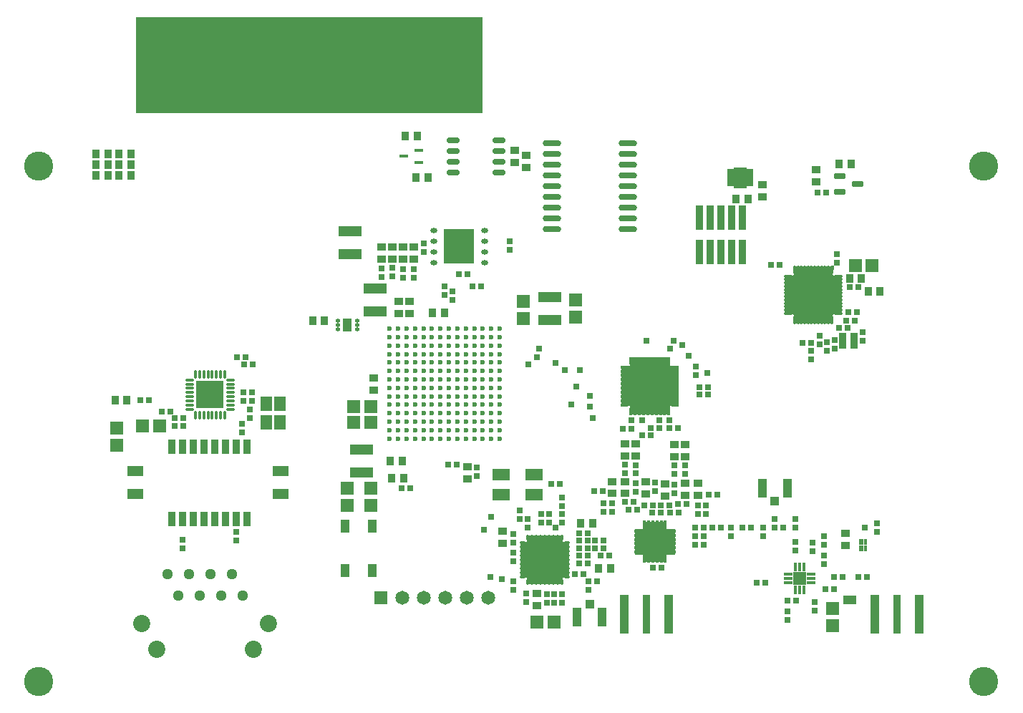
<source format=gts>
G04*
G04 #@! TF.GenerationSoftware,Altium Limited,Altium Designer,21.5.1 (32)*
G04*
G04 Layer_Color=8388736*
%FSLAX25Y25*%
%MOIN*%
G70*
G04*
G04 #@! TF.SameCoordinates,2FE26025-303F-4DC1-B2D2-7F731E1EADFF*
G04*
G04*
G04 #@! TF.FilePolarity,Negative*
G04*
G01*
G75*
%ADD16R,0.06000X0.04200*%
%ADD17R,1.61500X0.44500*%
%ADD18R,0.00500X0.02000*%
%ADD19R,0.03400X0.01000*%
%ADD20R,0.27000X0.19000*%
%ADD21R,0.19000X0.27000*%
%ADD22R,0.06000X0.08000*%
%ADD23R,0.03500X0.08000*%
%ADD24R,0.06000X0.03000*%
%ADD25R,0.19000X0.12000*%
%ADD26R,0.11000X0.19000*%
%ADD27R,0.27000X0.18000*%
%ADD28R,0.18000X0.27000*%
%ADD29R,0.23000X0.17000*%
%ADD30R,0.17000X0.23000*%
%ADD31O,0.03150X0.02362*%
%ADD32R,0.13976X0.16339*%
%ADD33R,0.02559X0.02953*%
%ADD34R,0.03740X0.04134*%
%ADD35R,0.18701X0.18701*%
%ADD36O,0.04331X0.01378*%
%ADD37O,0.01378X0.04331*%
%ADD38R,0.02591X0.02591*%
%ADD39R,0.02953X0.02559*%
%ADD40R,0.04134X0.03740*%
%ADD41R,0.05709X0.06693*%
%ADD42R,0.12795X0.12795*%
%ADD43O,0.03937X0.01575*%
%ADD44O,0.01575X0.03937*%
%ADD45R,0.06102X0.06496*%
%ADD46R,0.06496X0.06102*%
%ADD47R,0.02284X0.02815*%
%ADD48R,0.01496X0.02815*%
%ADD49R,0.02815X0.01496*%
%ADD50R,0.02815X0.02284*%
%ADD51R,0.06496X0.06496*%
%ADD52O,0.04134X0.01575*%
%ADD53O,0.01575X0.04134*%
%ADD54R,0.03976X0.06221*%
%ADD55O,0.02165X0.01772*%
%ADD56R,0.03583X0.07087*%
%ADD57R,0.03900X0.06100*%
%ADD58O,0.06109X0.02762*%
%ADD59R,0.04375X0.01775*%
G04:AMPARAMS|DCode=60|XSize=33.53mil|YSize=16.2mil|CornerRadius=3.95mil|HoleSize=0mil|Usage=FLASHONLY|Rotation=0.000|XOffset=0mil|YOffset=0mil|HoleType=Round|Shape=RoundedRectangle|*
%AMROUNDEDRECTD60*
21,1,0.03353,0.00830,0,0,0.0*
21,1,0.02562,0.01620,0,0,0.0*
1,1,0.00791,0.01281,-0.00415*
1,1,0.00791,-0.01281,-0.00415*
1,1,0.00791,-0.01281,0.00415*
1,1,0.00791,0.01281,0.00415*
%
%ADD60ROUNDEDRECTD60*%
G04:AMPARAMS|DCode=61|XSize=169.35mil|YSize=19.75mil|CornerRadius=3.97mil|HoleSize=0mil|Usage=FLASHONLY|Rotation=0.000|XOffset=0mil|YOffset=0mil|HoleType=Round|Shape=RoundedRectangle|*
%AMROUNDEDRECTD61*
21,1,0.16935,0.01181,0,0,0.0*
21,1,0.16142,0.01975,0,0,0.0*
1,1,0.00794,0.08071,-0.00591*
1,1,0.00794,-0.08071,-0.00591*
1,1,0.00794,-0.08071,0.00591*
1,1,0.00794,0.08071,0.00591*
%
%ADD61ROUNDEDRECTD61*%
G04:AMPARAMS|DCode=62|XSize=13.84mil|YSize=23.68mil|CornerRadius=3.97mil|HoleSize=0mil|Usage=FLASHONLY|Rotation=90.000|XOffset=0mil|YOffset=0mil|HoleType=Round|Shape=RoundedRectangle|*
%AMROUNDEDRECTD62*
21,1,0.01384,0.01575,0,0,90.0*
21,1,0.00591,0.02368,0,0,90.0*
1,1,0.00794,0.00787,0.00295*
1,1,0.00794,0.00787,-0.00295*
1,1,0.00794,-0.00787,-0.00295*
1,1,0.00794,-0.00787,0.00295*
%
%ADD62ROUNDEDRECTD62*%
G04:AMPARAMS|DCode=63|XSize=13.84mil|YSize=23.68mil|CornerRadius=3.97mil|HoleSize=0mil|Usage=FLASHONLY|Rotation=0.000|XOffset=0mil|YOffset=0mil|HoleType=Round|Shape=RoundedRectangle|*
%AMROUNDEDRECTD63*
21,1,0.01384,0.01575,0,0,0.0*
21,1,0.00591,0.02368,0,0,0.0*
1,1,0.00794,0.00295,-0.00787*
1,1,0.00794,-0.00295,-0.00787*
1,1,0.00794,-0.00295,0.00787*
1,1,0.00794,0.00295,0.00787*
%
%ADD63ROUNDEDRECTD63*%
G04:AMPARAMS|DCode=64|XSize=13.84mil|YSize=47.31mil|CornerRadius=3.97mil|HoleSize=0mil|Usage=FLASHONLY|Rotation=0.000|XOffset=0mil|YOffset=0mil|HoleType=Round|Shape=RoundedRectangle|*
%AMROUNDEDRECTD64*
21,1,0.01384,0.03937,0,0,0.0*
21,1,0.00591,0.04731,0,0,0.0*
1,1,0.00794,0.00295,-0.01968*
1,1,0.00794,-0.00295,-0.01968*
1,1,0.00794,-0.00295,0.01968*
1,1,0.00794,0.00295,0.01968*
%
%ADD64ROUNDEDRECTD64*%
G04:AMPARAMS|DCode=65|XSize=169.35mil|YSize=113.84mil|CornerRadius=4.2mil|HoleSize=0mil|Usage=FLASHONLY|Rotation=0.000|XOffset=0mil|YOffset=0mil|HoleType=Round|Shape=RoundedRectangle|*
%AMROUNDEDRECTD65*
21,1,0.16935,0.10545,0,0,0.0*
21,1,0.16096,0.11384,0,0,0.0*
1,1,0.00839,0.08048,-0.05272*
1,1,0.00839,-0.08048,-0.05272*
1,1,0.00839,-0.08048,0.05272*
1,1,0.00839,0.08048,0.05272*
%
%ADD65ROUNDEDRECTD65*%
%ADD66C,0.02362*%
%ADD67R,0.03504X0.11575*%
%ADD68R,0.03543X0.03347*%
%ADD69R,0.08491X0.05291*%
%ADD70R,0.17520X0.17520*%
%ADD71O,0.03740X0.01575*%
%ADD72O,0.01575X0.03740*%
%ADD73O,0.08465X0.02953*%
%ADD74R,0.09646X0.09646*%
%ADD75R,0.01378X0.02264*%
%ADD76R,0.02264X0.01378*%
G04:AMPARAMS|DCode=77|XSize=51.18mil|YSize=23.62mil|CornerRadius=2.01mil|HoleSize=0mil|Usage=FLASHONLY|Rotation=0.000|XOffset=0mil|YOffset=0mil|HoleType=Round|Shape=RoundedRectangle|*
%AMROUNDEDRECTD77*
21,1,0.05118,0.01961,0,0,0.0*
21,1,0.04717,0.02362,0,0,0.0*
1,1,0.00402,0.02358,-0.00980*
1,1,0.00402,-0.02358,-0.00980*
1,1,0.00402,-0.02358,0.00980*
1,1,0.00402,0.02358,0.00980*
%
%ADD77ROUNDEDRECTD77*%
%ADD78R,0.07284X0.04921*%
%ADD79R,0.04134X0.08661*%
%ADD80R,0.03937X0.04134*%
%ADD81R,0.03937X0.17953*%
%ADD82R,0.03347X0.17953*%
%ADD83R,0.30891X0.40591*%
%ADD84R,0.02559X0.40591*%
%ADD85R,0.02591X0.02591*%
%ADD86R,0.10827X0.04921*%
%ADD87C,0.06496*%
%ADD88R,0.06496X0.06496*%
%ADD89C,0.07991*%
%ADD90C,0.05091*%
%ADD91C,0.13591*%
G36*
X268215Y145650D02*
Y140950D01*
X276115D01*
Y145650D01*
X268215D01*
D02*
G37*
G36*
Y155050D02*
Y150350D01*
X276115D01*
Y155050D01*
X268215D01*
D02*
G37*
G36*
X283516Y145650D02*
Y140950D01*
X291416D01*
Y145650D01*
X283516D01*
D02*
G37*
G36*
Y155050D02*
Y150350D01*
X291416D01*
Y155050D01*
X283516D01*
D02*
G37*
D16*
X434505Y94400D02*
D03*
D17*
X182816Y343500D02*
D03*
D18*
X426566Y249000D02*
D03*
D19*
X436495Y215000D02*
D03*
X431136D02*
D03*
D20*
X341316Y194000D02*
D03*
D21*
D03*
D22*
X383315Y290000D02*
D03*
D23*
X387565Y291000D02*
D03*
X379065D02*
D03*
D24*
X383315Y294500D02*
D03*
D25*
X343815Y121500D02*
D03*
D26*
D03*
D27*
X417315Y236500D02*
D03*
D28*
D03*
D29*
X292316Y113000D02*
D03*
D30*
D03*
D31*
X264409Y251500D02*
D03*
Y256500D02*
D03*
Y261500D02*
D03*
Y266500D02*
D03*
X240591D02*
D03*
Y261500D02*
D03*
Y256500D02*
D03*
Y251500D02*
D03*
D32*
X252500Y259000D02*
D03*
D33*
X418000Y89531D02*
D03*
Y93468D02*
D03*
X236000Y256532D02*
D03*
Y260469D02*
D03*
X276000Y261469D02*
D03*
Y257531D02*
D03*
X151500Y172531D02*
D03*
Y176469D02*
D03*
X155000Y182968D02*
D03*
Y179032D02*
D03*
X399500Y128032D02*
D03*
Y131968D02*
D03*
X394000Y124031D02*
D03*
Y127969D02*
D03*
X379000Y124031D02*
D03*
Y127969D02*
D03*
X409000Y131968D02*
D03*
Y128032D02*
D03*
X447000Y129969D02*
D03*
Y126031D02*
D03*
X422500Y123969D02*
D03*
Y120031D02*
D03*
X417000Y120968D02*
D03*
Y117032D02*
D03*
X409000Y117532D02*
D03*
Y121468D02*
D03*
X422500Y114969D02*
D03*
Y111031D02*
D03*
X405500Y85031D02*
D03*
Y88968D02*
D03*
X249316Y237968D02*
D03*
Y234032D02*
D03*
X334816Y157224D02*
D03*
Y153287D02*
D03*
X312815Y99063D02*
D03*
Y103000D02*
D03*
X293316Y96969D02*
D03*
Y93032D02*
D03*
X277816Y121031D02*
D03*
Y124969D02*
D03*
X300315Y130532D02*
D03*
Y134468D02*
D03*
X283816Y93532D02*
D03*
Y97469D02*
D03*
X277816Y102969D02*
D03*
Y99032D02*
D03*
X290815Y130532D02*
D03*
Y134468D02*
D03*
X294316Y130532D02*
D03*
Y134468D02*
D03*
X296815Y96969D02*
D03*
Y93032D02*
D03*
X323815Y135531D02*
D03*
Y139469D02*
D03*
X319815Y135531D02*
D03*
Y139469D02*
D03*
X123816Y118532D02*
D03*
Y122468D02*
D03*
X148816Y122000D02*
D03*
Y125937D02*
D03*
X216316Y244787D02*
D03*
Y248724D02*
D03*
X226315Y244531D02*
D03*
Y248468D02*
D03*
X221316Y245031D02*
D03*
Y248969D02*
D03*
X231315Y244531D02*
D03*
Y248468D02*
D03*
X260816Y155968D02*
D03*
Y152032D02*
D03*
X245815Y236531D02*
D03*
Y240469D02*
D03*
X343815Y145031D02*
D03*
Y148969D02*
D03*
X362815Y199031D02*
D03*
Y202969D02*
D03*
X363815Y134531D02*
D03*
Y138469D02*
D03*
X367316Y134531D02*
D03*
Y138469D02*
D03*
X420316Y213531D02*
D03*
Y217469D02*
D03*
X329816Y157468D02*
D03*
Y153532D02*
D03*
X357816Y156968D02*
D03*
Y153032D02*
D03*
X352816Y156968D02*
D03*
Y153032D02*
D03*
X416316Y210469D02*
D03*
Y206532D02*
D03*
X300315Y141969D02*
D03*
Y138031D02*
D03*
X284315Y131968D02*
D03*
Y128032D02*
D03*
X277816Y116469D02*
D03*
Y112531D02*
D03*
X280816Y132032D02*
D03*
Y135968D02*
D03*
X300315Y96969D02*
D03*
Y93032D02*
D03*
X334816Y148724D02*
D03*
Y144787D02*
D03*
X352816Y147968D02*
D03*
Y144032D02*
D03*
X366316Y123969D02*
D03*
Y120031D02*
D03*
X362316Y123969D02*
D03*
Y120031D02*
D03*
X423815Y210531D02*
D03*
Y214469D02*
D03*
X427316Y211531D02*
D03*
Y215469D02*
D03*
X440315Y218969D02*
D03*
Y215032D02*
D03*
X428500Y255469D02*
D03*
Y251532D02*
D03*
D34*
X448497Y238000D02*
D03*
X442985D02*
D03*
X189756Y224500D02*
D03*
X184244D02*
D03*
X92244Y187500D02*
D03*
X97756D02*
D03*
X99571Y292000D02*
D03*
X94060D02*
D03*
X99571Y297000D02*
D03*
X94060D02*
D03*
X99571Y302000D02*
D03*
X94060D02*
D03*
X439827Y244000D02*
D03*
X434315D02*
D03*
X83560Y292000D02*
D03*
X89071D02*
D03*
X83560Y297000D02*
D03*
X89071D02*
D03*
X83560Y302000D02*
D03*
X89071D02*
D03*
X226571Y151000D02*
D03*
X221060D02*
D03*
X245571Y228000D02*
D03*
X240060D02*
D03*
X314571Y130000D02*
D03*
X309060D02*
D03*
X323071Y109000D02*
D03*
X317560D02*
D03*
X233071Y310500D02*
D03*
X227560D02*
D03*
X226071Y159000D02*
D03*
X220560D02*
D03*
X232560Y291000D02*
D03*
X238071D02*
D03*
X381560Y281000D02*
D03*
X387071D02*
D03*
X435071Y297500D02*
D03*
X429560D02*
D03*
D35*
X417315Y236500D02*
D03*
D36*
X428930Y245161D02*
D03*
Y243587D02*
D03*
Y242012D02*
D03*
Y240437D02*
D03*
Y238862D02*
D03*
Y237287D02*
D03*
Y235713D02*
D03*
Y234138D02*
D03*
Y232563D02*
D03*
Y230988D02*
D03*
Y229413D02*
D03*
Y227839D02*
D03*
X405701D02*
D03*
Y229413D02*
D03*
Y230988D02*
D03*
Y232563D02*
D03*
Y234138D02*
D03*
Y235713D02*
D03*
Y237287D02*
D03*
Y238862D02*
D03*
Y240437D02*
D03*
Y242012D02*
D03*
Y243587D02*
D03*
Y245161D02*
D03*
D37*
X425977Y224886D02*
D03*
X424402D02*
D03*
X422827D02*
D03*
X421252D02*
D03*
X419678D02*
D03*
X418103D02*
D03*
X416528D02*
D03*
X414953D02*
D03*
X413378D02*
D03*
X411804D02*
D03*
X410229D02*
D03*
X408654D02*
D03*
Y248114D02*
D03*
X410229D02*
D03*
X411804D02*
D03*
X413378D02*
D03*
X414953D02*
D03*
X416528D02*
D03*
X418103D02*
D03*
X419678D02*
D03*
X421252D02*
D03*
X422827D02*
D03*
X424402D02*
D03*
X425977D02*
D03*
D38*
X368000Y200000D02*
D03*
X359500Y208000D02*
D03*
X272500Y104000D02*
D03*
X297500Y128000D02*
D03*
X267500Y133000D02*
D03*
X264000Y127000D02*
D03*
X267000Y105000D02*
D03*
X441500Y128000D02*
D03*
X350315Y178000D02*
D03*
X332816D02*
D03*
X337815D02*
D03*
X345815D02*
D03*
X356315Y213121D02*
D03*
X352315Y215000D02*
D03*
X350816Y211500D02*
D03*
X339815Y215000D02*
D03*
X289815Y211500D02*
D03*
X288815Y207500D02*
D03*
X284816Y204000D02*
D03*
X297518Y204703D02*
D03*
X301816Y201500D02*
D03*
X308816D02*
D03*
X307066Y193750D02*
D03*
X314815Y179000D02*
D03*
D39*
X252532Y246000D02*
D03*
X256469D02*
D03*
X152032Y187000D02*
D03*
X155968D02*
D03*
X155968Y191000D02*
D03*
X152032D02*
D03*
X156468Y204000D02*
D03*
X152532D02*
D03*
X149031Y207500D02*
D03*
X152969D02*
D03*
X117968Y182000D02*
D03*
X114032D02*
D03*
X107937Y187500D02*
D03*
X104000D02*
D03*
X120031Y179000D02*
D03*
X123969D02*
D03*
X120031Y175500D02*
D03*
X123969D02*
D03*
X399532Y128000D02*
D03*
X403469D02*
D03*
X388469Y128000D02*
D03*
X384531D02*
D03*
X442469Y105000D02*
D03*
X438531D02*
D03*
X430969Y105000D02*
D03*
X427032D02*
D03*
X426968Y99500D02*
D03*
X423032D02*
D03*
X405532Y94000D02*
D03*
X409469D02*
D03*
X394969Y102500D02*
D03*
X391032D02*
D03*
X374468Y128000D02*
D03*
X370532D02*
D03*
X368879Y143500D02*
D03*
X372815D02*
D03*
X316784Y103000D02*
D03*
X312847D02*
D03*
X308347Y125500D02*
D03*
X312284D02*
D03*
X318347Y115000D02*
D03*
X322284D02*
D03*
X308347Y122000D02*
D03*
X312284D02*
D03*
X308347Y118500D02*
D03*
X312284D02*
D03*
X319784Y118500D02*
D03*
X315847D02*
D03*
X315347Y145000D02*
D03*
X319284D02*
D03*
X332784Y174000D02*
D03*
X328847D02*
D03*
X331347Y136500D02*
D03*
X335284D02*
D03*
X341784Y171000D02*
D03*
X337847D02*
D03*
X229784Y146500D02*
D03*
X225847D02*
D03*
X247347Y157500D02*
D03*
X251284D02*
D03*
X262784Y240500D02*
D03*
X258847D02*
D03*
X368284Y193500D02*
D03*
X364347D02*
D03*
X338847Y138500D02*
D03*
X342784D02*
D03*
X350347Y174500D02*
D03*
X354284D02*
D03*
X354784Y135000D02*
D03*
X350847D02*
D03*
X341847Y174500D02*
D03*
X345784D02*
D03*
X350284Y138500D02*
D03*
X346347D02*
D03*
X346284Y135000D02*
D03*
X342347D02*
D03*
X366284Y128000D02*
D03*
X362347D02*
D03*
X423284Y284000D02*
D03*
X419347D02*
D03*
X438284Y240000D02*
D03*
X434347D02*
D03*
X319784Y122000D02*
D03*
X315847D02*
D03*
X295347Y148500D02*
D03*
X299284D02*
D03*
X312284Y115000D02*
D03*
X308347D02*
D03*
X312284Y111500D02*
D03*
X308347D02*
D03*
X333784Y140000D02*
D03*
X329847D02*
D03*
X368316Y190000D02*
D03*
X364378D02*
D03*
X354347Y139000D02*
D03*
X358284D02*
D03*
X342847Y109500D02*
D03*
X346784D02*
D03*
X310284Y106500D02*
D03*
X306347D02*
D03*
X401784Y250500D02*
D03*
X397847D02*
D03*
X429347Y221000D02*
D03*
X433284D02*
D03*
X433847Y228500D02*
D03*
X437784D02*
D03*
X432847Y224500D02*
D03*
X436784D02*
D03*
X412347Y214000D02*
D03*
X416284D02*
D03*
D40*
X224500Y227744D02*
D03*
Y233256D02*
D03*
X432500Y119744D02*
D03*
Y125256D02*
D03*
X323815Y144000D02*
D03*
Y149512D02*
D03*
X329816Y149512D02*
D03*
Y144000D02*
D03*
X339316Y143744D02*
D03*
Y149256D02*
D03*
X363815Y143244D02*
D03*
Y148756D02*
D03*
X357816Y148756D02*
D03*
Y143244D02*
D03*
X348316Y142744D02*
D03*
Y148256D02*
D03*
X216316Y258756D02*
D03*
Y253244D02*
D03*
X226315Y258756D02*
D03*
Y253244D02*
D03*
X221316Y258756D02*
D03*
Y253244D02*
D03*
X231315Y258756D02*
D03*
Y253244D02*
D03*
X256315Y150744D02*
D03*
Y156256D02*
D03*
X229315Y227744D02*
D03*
Y233256D02*
D03*
X212815Y197756D02*
D03*
Y192244D02*
D03*
X288815Y91744D02*
D03*
Y97256D02*
D03*
X272815Y126256D02*
D03*
Y120744D02*
D03*
X329816Y167012D02*
D03*
Y161500D02*
D03*
X334816Y167012D02*
D03*
Y161500D02*
D03*
X357816Y166756D02*
D03*
Y161244D02*
D03*
X352816Y166756D02*
D03*
Y161244D02*
D03*
X283816Y301256D02*
D03*
Y295744D02*
D03*
X278315Y298244D02*
D03*
Y303756D02*
D03*
X393815Y287756D02*
D03*
Y282244D02*
D03*
X418816Y294756D02*
D03*
Y289244D02*
D03*
D41*
X169150Y185831D02*
D03*
Y177169D02*
D03*
X162850Y185831D02*
D03*
Y177169D02*
D03*
D42*
X136551Y189984D02*
D03*
D43*
X127102Y183095D02*
D03*
Y185063D02*
D03*
Y187031D02*
D03*
Y189000D02*
D03*
Y190969D02*
D03*
Y192937D02*
D03*
Y194905D02*
D03*
Y196874D02*
D03*
X146000D02*
D03*
Y194905D02*
D03*
Y192937D02*
D03*
Y190969D02*
D03*
Y189000D02*
D03*
Y187031D02*
D03*
Y185063D02*
D03*
Y183095D02*
D03*
D44*
X129661Y199433D02*
D03*
X131630D02*
D03*
X133598D02*
D03*
X135567D02*
D03*
X137535D02*
D03*
X139504D02*
D03*
X141472D02*
D03*
X143441D02*
D03*
Y180535D02*
D03*
X141472D02*
D03*
X139504D02*
D03*
X137535D02*
D03*
X135567D02*
D03*
X133598D02*
D03*
X131630D02*
D03*
X129661D02*
D03*
D45*
X105063Y175500D02*
D03*
X112937D02*
D03*
X211252Y184500D02*
D03*
X203379D02*
D03*
X211252Y177000D02*
D03*
X203379D02*
D03*
X288878Y84000D02*
D03*
X296753D02*
D03*
X444871Y250000D02*
D03*
X436997D02*
D03*
D46*
X93000Y166563D02*
D03*
Y174437D02*
D03*
X426500Y82563D02*
D03*
Y90437D02*
D03*
X200500Y146437D02*
D03*
Y138563D02*
D03*
X211500Y146437D02*
D03*
Y138563D02*
D03*
X306816Y226063D02*
D03*
Y233937D02*
D03*
X282315Y225563D02*
D03*
Y233437D02*
D03*
D47*
X439819Y121447D02*
D03*
Y118553D02*
D03*
D48*
X441787Y118553D02*
D03*
Y121447D02*
D03*
D49*
X435947Y93213D02*
D03*
X433053D02*
D03*
D50*
X433053Y95181D02*
D03*
X435947D02*
D03*
D51*
X411000Y104500D02*
D03*
D52*
X416413Y106468D02*
D03*
Y104500D02*
D03*
Y102532D02*
D03*
X405587D02*
D03*
Y104500D02*
D03*
Y106468D02*
D03*
X351315Y126500D02*
D03*
Y124531D02*
D03*
Y122563D02*
D03*
Y120595D02*
D03*
Y118626D02*
D03*
Y116657D02*
D03*
X335961D02*
D03*
Y118626D02*
D03*
Y120595D02*
D03*
Y122563D02*
D03*
Y124531D02*
D03*
Y126500D02*
D03*
D53*
X412968Y99087D02*
D03*
X411000D02*
D03*
X409031D02*
D03*
Y109913D02*
D03*
X411000D02*
D03*
X412968D02*
D03*
X338717Y129256D02*
D03*
X340686D02*
D03*
X342654D02*
D03*
X344623D02*
D03*
X346591D02*
D03*
X348560D02*
D03*
Y113902D02*
D03*
X346591D02*
D03*
X344623D02*
D03*
X342654D02*
D03*
X340686D02*
D03*
X338717D02*
D03*
D54*
X200500Y222500D02*
D03*
D55*
X196071Y224468D02*
D03*
Y222500D02*
D03*
Y220532D02*
D03*
X204929D02*
D03*
Y222500D02*
D03*
Y224468D02*
D03*
D56*
X153815Y165752D02*
D03*
X148816D02*
D03*
X143816D02*
D03*
X138815D02*
D03*
X133816D02*
D03*
X128815D02*
D03*
X123816D02*
D03*
X118816D02*
D03*
X153815Y132248D02*
D03*
X148816D02*
D03*
X143816D02*
D03*
X138815D02*
D03*
X133816D02*
D03*
X128815D02*
D03*
X123816D02*
D03*
X118816D02*
D03*
D57*
X199516Y108165D02*
D03*
X212115D02*
D03*
Y128835D02*
D03*
X199516D02*
D03*
D58*
X271044Y293500D02*
D03*
Y298500D02*
D03*
Y303500D02*
D03*
Y308500D02*
D03*
X249587D02*
D03*
Y303500D02*
D03*
Y298500D02*
D03*
Y293500D02*
D03*
D59*
X233859Y298244D02*
D03*
Y303756D02*
D03*
X226772Y301000D02*
D03*
D60*
X293363Y105390D02*
D03*
D61*
X292378Y120547D02*
D03*
D62*
X281945Y120941D02*
D03*
Y118972D02*
D03*
Y117004D02*
D03*
Y115035D02*
D03*
Y113067D02*
D03*
Y111098D02*
D03*
Y109130D02*
D03*
Y107161D02*
D03*
Y105193D02*
D03*
X302812D02*
D03*
Y107161D02*
D03*
Y109130D02*
D03*
Y111098D02*
D03*
Y113067D02*
D03*
Y115035D02*
D03*
Y117004D02*
D03*
Y118972D02*
D03*
Y120941D02*
D03*
D63*
X284505Y102634D02*
D03*
X286473D02*
D03*
X292378D02*
D03*
X294347D02*
D03*
X296316D02*
D03*
X298284D02*
D03*
X300253D02*
D03*
Y123500D02*
D03*
X298284D02*
D03*
X296316D02*
D03*
X294347D02*
D03*
X292378D02*
D03*
X290410D02*
D03*
X288441D02*
D03*
X286473D02*
D03*
X284505D02*
D03*
D64*
X288441Y103815D02*
D03*
X290410D02*
D03*
D65*
X292378Y112673D02*
D03*
D66*
X220194Y220685D02*
D03*
X224131D02*
D03*
X228067D02*
D03*
X232004D02*
D03*
X235942D02*
D03*
X239879D02*
D03*
X243815D02*
D03*
X247752D02*
D03*
X251690D02*
D03*
X255627D02*
D03*
X259564D02*
D03*
X263501D02*
D03*
X267438D02*
D03*
X271375D02*
D03*
X220194Y216748D02*
D03*
X224131D02*
D03*
X228067D02*
D03*
X232004D02*
D03*
X235942D02*
D03*
X239879D02*
D03*
X243815D02*
D03*
X247752D02*
D03*
X251690D02*
D03*
X255627D02*
D03*
X259564D02*
D03*
X263501D02*
D03*
X267438D02*
D03*
X271375D02*
D03*
X220194Y212811D02*
D03*
X224131D02*
D03*
X228067D02*
D03*
X232004D02*
D03*
X235942D02*
D03*
X239879D02*
D03*
X243815D02*
D03*
X247752D02*
D03*
X251690D02*
D03*
X255627D02*
D03*
X259564D02*
D03*
X263501D02*
D03*
X267438D02*
D03*
X271375D02*
D03*
X220194Y208874D02*
D03*
X224131D02*
D03*
X228067D02*
D03*
X232004D02*
D03*
X235942D02*
D03*
X239879D02*
D03*
X243815D02*
D03*
X247752D02*
D03*
X251690D02*
D03*
X255627D02*
D03*
X259564D02*
D03*
X263501D02*
D03*
X267438D02*
D03*
X271375D02*
D03*
X220194Y204937D02*
D03*
X224131D02*
D03*
X228067D02*
D03*
X232004D02*
D03*
X235942D02*
D03*
X239879D02*
D03*
X243815D02*
D03*
X247752D02*
D03*
X251690D02*
D03*
X255627D02*
D03*
X259564D02*
D03*
X263501D02*
D03*
X267438D02*
D03*
X271375D02*
D03*
X220194Y201000D02*
D03*
X224131D02*
D03*
X228067D02*
D03*
X232004D02*
D03*
X235942D02*
D03*
X239879D02*
D03*
X243815D02*
D03*
X247752D02*
D03*
X251690D02*
D03*
X255627D02*
D03*
X259564D02*
D03*
X263501D02*
D03*
X267438D02*
D03*
X271375D02*
D03*
X220194Y197063D02*
D03*
X224131D02*
D03*
X228067D02*
D03*
X232004D02*
D03*
X235942D02*
D03*
X239879D02*
D03*
X243815D02*
D03*
X247752D02*
D03*
X251690D02*
D03*
X255627D02*
D03*
X259564D02*
D03*
X263501D02*
D03*
X267438D02*
D03*
X271375D02*
D03*
X220194Y193126D02*
D03*
X224131D02*
D03*
X228067D02*
D03*
X232004D02*
D03*
X235942D02*
D03*
X239879D02*
D03*
X243815D02*
D03*
X247752D02*
D03*
X251690D02*
D03*
X255627D02*
D03*
X259564D02*
D03*
X263501D02*
D03*
X267438D02*
D03*
X271375D02*
D03*
X220194Y189189D02*
D03*
X224131D02*
D03*
X228067D02*
D03*
X232004D02*
D03*
X235942D02*
D03*
X239879D02*
D03*
X243815D02*
D03*
X247752D02*
D03*
X251690D02*
D03*
X255627D02*
D03*
X259564D02*
D03*
X263501D02*
D03*
X267438D02*
D03*
X271375D02*
D03*
X220194Y185252D02*
D03*
X224131D02*
D03*
X228067D02*
D03*
X232004D02*
D03*
X235942D02*
D03*
X239879D02*
D03*
X243815D02*
D03*
X247752D02*
D03*
X251690D02*
D03*
X255627D02*
D03*
X259564D02*
D03*
X263501D02*
D03*
X267438D02*
D03*
X271375D02*
D03*
X220194Y181315D02*
D03*
X224131D02*
D03*
X228067D02*
D03*
X232004D02*
D03*
X235942D02*
D03*
X239879D02*
D03*
X243815D02*
D03*
X247752D02*
D03*
X251690D02*
D03*
X255627D02*
D03*
X259564D02*
D03*
X263501D02*
D03*
X267438D02*
D03*
X271375D02*
D03*
X220194Y177378D02*
D03*
X224131D02*
D03*
X228067D02*
D03*
X232004D02*
D03*
X235942D02*
D03*
X239879D02*
D03*
X243815D02*
D03*
X247752D02*
D03*
X251690D02*
D03*
X255627D02*
D03*
X259564D02*
D03*
X263501D02*
D03*
X267438D02*
D03*
X271375D02*
D03*
X220194Y173441D02*
D03*
X224131D02*
D03*
X228067D02*
D03*
X232004D02*
D03*
X235942D02*
D03*
X239879D02*
D03*
X243815D02*
D03*
X247752D02*
D03*
X251690D02*
D03*
X255627D02*
D03*
X259564D02*
D03*
X263501D02*
D03*
X267438D02*
D03*
X271375D02*
D03*
X220194Y169504D02*
D03*
X224131D02*
D03*
X228067D02*
D03*
X232004D02*
D03*
X235942D02*
D03*
X239879D02*
D03*
X243815D02*
D03*
X247752D02*
D03*
X251690D02*
D03*
X255627D02*
D03*
X259564D02*
D03*
X263501D02*
D03*
X267438D02*
D03*
X271375D02*
D03*
D67*
X384315Y256488D02*
D03*
X379315D02*
D03*
X374316D02*
D03*
X369316D02*
D03*
X364316D02*
D03*
Y272512D02*
D03*
X369316D02*
D03*
X374316D02*
D03*
X379315D02*
D03*
X384315D02*
D03*
D68*
X431158Y216968D02*
D03*
X436473D02*
D03*
X431158Y213032D02*
D03*
X436473D02*
D03*
D69*
X272165Y143300D02*
D03*
X287466D02*
D03*
Y152700D02*
D03*
X272165D02*
D03*
D70*
X341316Y194000D02*
D03*
D71*
X353127Y202858D02*
D03*
Y200890D02*
D03*
Y198921D02*
D03*
Y196953D02*
D03*
Y194984D02*
D03*
Y193016D02*
D03*
Y191047D02*
D03*
Y189079D02*
D03*
Y187110D02*
D03*
Y185142D02*
D03*
X329504D02*
D03*
Y187110D02*
D03*
Y189079D02*
D03*
Y191047D02*
D03*
Y193016D02*
D03*
Y194984D02*
D03*
Y196953D02*
D03*
Y198921D02*
D03*
Y200890D02*
D03*
Y202858D02*
D03*
D72*
X350174Y182189D02*
D03*
X348205D02*
D03*
X346237D02*
D03*
X344268D02*
D03*
X342300D02*
D03*
X340331D02*
D03*
X338363D02*
D03*
X336394D02*
D03*
X334426D02*
D03*
X332457D02*
D03*
Y205811D02*
D03*
X334426D02*
D03*
X336394D02*
D03*
X338363D02*
D03*
X340331D02*
D03*
X342300D02*
D03*
X344268D02*
D03*
X346237D02*
D03*
X348205D02*
D03*
X350174D02*
D03*
D73*
X331032Y267000D02*
D03*
Y272000D02*
D03*
Y277000D02*
D03*
Y282000D02*
D03*
Y287000D02*
D03*
Y292000D02*
D03*
Y297000D02*
D03*
Y302000D02*
D03*
Y307000D02*
D03*
X295599Y267000D02*
D03*
Y272000D02*
D03*
Y277000D02*
D03*
Y282000D02*
D03*
Y287000D02*
D03*
Y292000D02*
D03*
Y297000D02*
D03*
Y302000D02*
D03*
Y307000D02*
D03*
D74*
X343638Y121579D02*
D03*
D75*
X381347Y294592D02*
D03*
X383315D02*
D03*
X385284D02*
D03*
Y287407D02*
D03*
X383315D02*
D03*
X381347D02*
D03*
D76*
X387892Y293953D02*
D03*
Y291984D02*
D03*
Y290016D02*
D03*
Y288047D02*
D03*
X378739D02*
D03*
Y290016D02*
D03*
Y291984D02*
D03*
Y293953D02*
D03*
D77*
X437949Y288000D02*
D03*
X429682Y284260D02*
D03*
Y291740D02*
D03*
D78*
X101815Y143685D02*
D03*
Y154315D02*
D03*
X169316D02*
D03*
Y143685D02*
D03*
D79*
X307508Y86500D02*
D03*
X319123D02*
D03*
X405307Y146500D02*
D03*
X393693D02*
D03*
D80*
X313316Y92504D02*
D03*
X399500Y140496D02*
D03*
D81*
X446185Y87677D02*
D03*
X466815D02*
D03*
X329501D02*
D03*
X350131D02*
D03*
D82*
X456500D02*
D03*
X339815D02*
D03*
D83*
X121415Y341775D02*
D03*
X168716D02*
D03*
D84*
X256466D02*
D03*
X253315D02*
D03*
X250166D02*
D03*
X247016D02*
D03*
X243865D02*
D03*
X240716D02*
D03*
X237565D02*
D03*
X231265D02*
D03*
X234416D02*
D03*
X228116D02*
D03*
X224966D02*
D03*
X221815D02*
D03*
X218666D02*
D03*
X215515D02*
D03*
X212366D02*
D03*
X209215D02*
D03*
X202916D02*
D03*
X199766D02*
D03*
X206066D02*
D03*
X259615D02*
D03*
D85*
X304816Y185500D02*
D03*
X313316Y189500D02*
D03*
Y184500D02*
D03*
D86*
X201816Y255370D02*
D03*
Y266000D02*
D03*
X207000Y153685D02*
D03*
Y164315D02*
D03*
X213316Y239315D02*
D03*
Y228685D02*
D03*
X294815Y235315D02*
D03*
Y224685D02*
D03*
D87*
X266000Y95500D02*
D03*
X256000D02*
D03*
X246000D02*
D03*
X236000D02*
D03*
X226000D02*
D03*
D88*
X216000D02*
D03*
D89*
X163815Y83500D02*
D03*
X104815D02*
D03*
X156816Y71500D02*
D03*
X111816D02*
D03*
D90*
X146816Y106500D02*
D03*
X151815Y96500D02*
D03*
X141815D02*
D03*
X136816Y106500D02*
D03*
X131816Y96500D02*
D03*
X126815Y106500D02*
D03*
X121816Y96500D02*
D03*
X116815Y106500D02*
D03*
D91*
X496866Y296450D02*
D03*
Y56450D02*
D03*
X56866D02*
D03*
Y296450D02*
D03*
M02*

</source>
